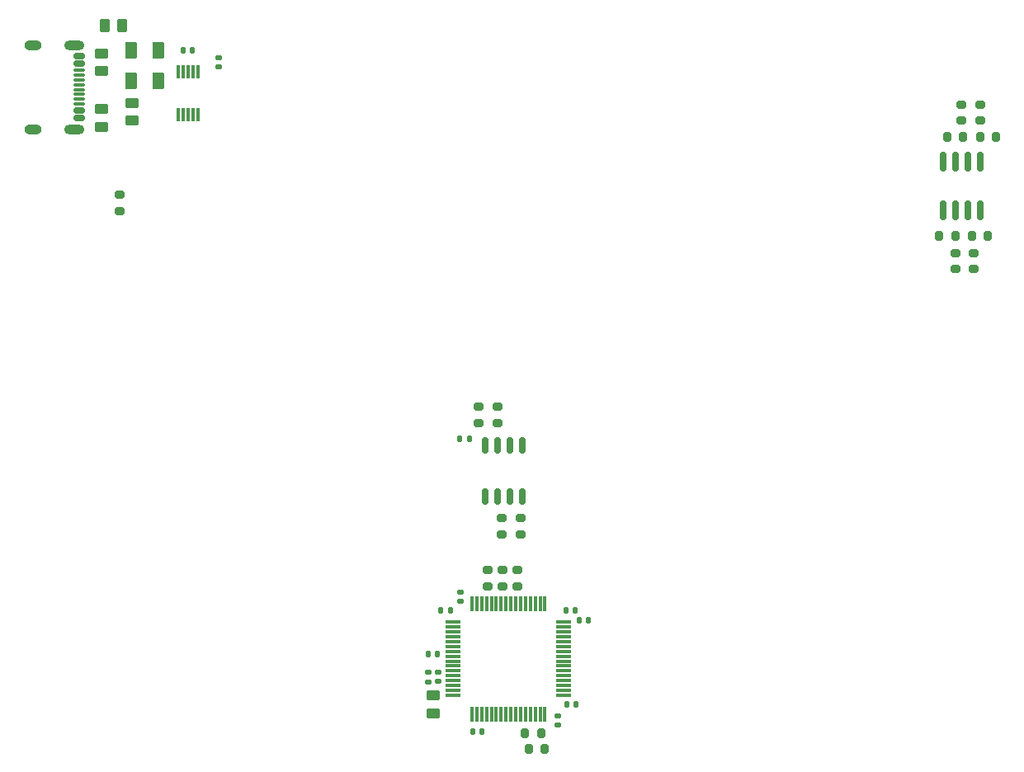
<source format=gbr>
%TF.GenerationSoftware,KiCad,Pcbnew,7.0.9*%
%TF.CreationDate,2024-10-01T14:31:36+09:00*%
%TF.ProjectId,01-main,30312d6d-6169-46e2-9e6b-696361645f70,rev?*%
%TF.SameCoordinates,Original*%
%TF.FileFunction,Paste,Top*%
%TF.FilePolarity,Positive*%
%FSLAX46Y46*%
G04 Gerber Fmt 4.6, Leading zero omitted, Abs format (unit mm)*
G04 Created by KiCad (PCBNEW 7.0.9) date 2024-10-01 14:31:36*
%MOMM*%
%LPD*%
G01*
G04 APERTURE LIST*
G04 Aperture macros list*
%AMRoundRect*
0 Rectangle with rounded corners*
0 $1 Rounding radius*
0 $2 $3 $4 $5 $6 $7 $8 $9 X,Y pos of 4 corners*
0 Add a 4 corners polygon primitive as box body*
4,1,4,$2,$3,$4,$5,$6,$7,$8,$9,$2,$3,0*
0 Add four circle primitives for the rounded corners*
1,1,$1+$1,$2,$3*
1,1,$1+$1,$4,$5*
1,1,$1+$1,$6,$7*
1,1,$1+$1,$8,$9*
0 Add four rect primitives between the rounded corners*
20,1,$1+$1,$2,$3,$4,$5,0*
20,1,$1+$1,$4,$5,$6,$7,0*
20,1,$1+$1,$6,$7,$8,$9,0*
20,1,$1+$1,$8,$9,$2,$3,0*%
G04 Aperture macros list end*
%ADD10RoundRect,0.140000X0.170000X-0.140000X0.170000X0.140000X-0.170000X0.140000X-0.170000X-0.140000X0*%
%ADD11RoundRect,0.140000X0.140000X0.170000X-0.140000X0.170000X-0.140000X-0.170000X0.140000X-0.170000X0*%
%ADD12RoundRect,0.200000X0.275000X-0.200000X0.275000X0.200000X-0.275000X0.200000X-0.275000X-0.200000X0*%
%ADD13RoundRect,0.200000X-0.275000X0.200000X-0.275000X-0.200000X0.275000X-0.200000X0.275000X0.200000X0*%
%ADD14RoundRect,0.140000X-0.170000X0.140000X-0.170000X-0.140000X0.170000X-0.140000X0.170000X0.140000X0*%
%ADD15R,0.300000X1.400000*%
%ADD16RoundRect,0.200000X-0.200000X-0.275000X0.200000X-0.275000X0.200000X0.275000X-0.200000X0.275000X0*%
%ADD17RoundRect,0.140000X-0.140000X-0.170000X0.140000X-0.170000X0.140000X0.170000X-0.140000X0.170000X0*%
%ADD18RoundRect,0.075000X-0.700000X-0.075000X0.700000X-0.075000X0.700000X0.075000X-0.700000X0.075000X0*%
%ADD19RoundRect,0.075000X-0.075000X-0.700000X0.075000X-0.700000X0.075000X0.700000X-0.075000X0.700000X0*%
%ADD20RoundRect,0.250000X0.450000X-0.262500X0.450000X0.262500X-0.450000X0.262500X-0.450000X-0.262500X0*%
%ADD21RoundRect,0.150000X0.150000X-0.825000X0.150000X0.825000X-0.150000X0.825000X-0.150000X-0.825000X0*%
%ADD22RoundRect,0.250000X-0.450000X0.262500X-0.450000X-0.262500X0.450000X-0.262500X0.450000X0.262500X0*%
%ADD23RoundRect,0.250000X0.262500X0.450000X-0.262500X0.450000X-0.262500X-0.450000X0.262500X-0.450000X0*%
%ADD24RoundRect,0.150000X-0.425000X0.150000X-0.425000X-0.150000X0.425000X-0.150000X0.425000X0.150000X0*%
%ADD25RoundRect,0.075000X-0.500000X0.075000X-0.500000X-0.075000X0.500000X-0.075000X0.500000X0.075000X0*%
%ADD26O,2.100000X1.000000*%
%ADD27O,1.800000X1.000000*%
%ADD28RoundRect,0.250000X-0.375000X-0.625000X0.375000X-0.625000X0.375000X0.625000X-0.375000X0.625000X0*%
%ADD29RoundRect,0.150000X0.150000X-0.675000X0.150000X0.675000X-0.150000X0.675000X-0.150000X-0.675000X0*%
G04 APERTURE END LIST*
D10*
%TO.C,C13*%
X100330000Y-71600000D03*
X100330000Y-70640000D03*
%TD*%
D11*
%TO.C,C12*%
X97635000Y-69850000D03*
X96675000Y-69850000D03*
%TD*%
D12*
%TO.C,R13*%
X127000000Y-108140000D03*
X127000000Y-106490000D03*
%TD*%
D11*
%TO.C,C11*%
X126035000Y-109770000D03*
X125075000Y-109770000D03*
%TD*%
D12*
%TO.C,R3*%
X131270000Y-119570000D03*
X131270000Y-117920000D03*
%TD*%
D13*
%TO.C,R14*%
X128905000Y-106490000D03*
X128905000Y-108140000D03*
%TD*%
%TO.C,R18*%
X130937000Y-123254000D03*
X130937000Y-124904000D03*
%TD*%
D14*
%TO.C,C4*%
X125095000Y-125504000D03*
X125095000Y-126464000D03*
%TD*%
D13*
%TO.C,R4*%
X178435000Y-75440000D03*
X178435000Y-77090000D03*
%TD*%
D14*
%TO.C,C9*%
X122809000Y-133731000D03*
X122809000Y-134691000D03*
%TD*%
D15*
%TO.C,U8*%
X96155000Y-76495000D03*
X96655000Y-76495000D03*
X97155000Y-76495000D03*
X97655000Y-76495000D03*
X98155000Y-76495000D03*
X98155000Y-72095000D03*
X97655000Y-72095000D03*
X97155000Y-72095000D03*
X96655000Y-72095000D03*
X96155000Y-72095000D03*
%TD*%
D16*
%TO.C,R11*%
X177610000Y-88965000D03*
X179260000Y-88965000D03*
%TD*%
D17*
%TO.C,C2*%
X136045000Y-137033000D03*
X137005000Y-137033000D03*
%TD*%
D16*
%TO.C,R9*%
X178435000Y-78805000D03*
X180085000Y-78805000D03*
%TD*%
D17*
%TO.C,C1*%
X121821000Y-131826000D03*
X122781000Y-131826000D03*
%TD*%
D12*
%TO.C,R15*%
X129413000Y-124904000D03*
X129413000Y-123254000D03*
%TD*%
D17*
%TO.C,C8*%
X126393000Y-139827000D03*
X127353000Y-139827000D03*
%TD*%
D16*
%TO.C,R10*%
X175070000Y-78805000D03*
X176720000Y-78805000D03*
%TD*%
D18*
%TO.C,U3*%
X124373000Y-128584000D03*
X124373000Y-129084000D03*
X124373000Y-129584000D03*
X124373000Y-130084000D03*
X124373000Y-130584000D03*
X124373000Y-131084000D03*
X124373000Y-131584000D03*
X124373000Y-132084000D03*
X124373000Y-132584000D03*
X124373000Y-133084000D03*
X124373000Y-133584000D03*
X124373000Y-134084000D03*
X124373000Y-134584000D03*
X124373000Y-135084000D03*
X124373000Y-135584000D03*
X124373000Y-136084000D03*
D19*
X126298000Y-138009000D03*
X126798000Y-138009000D03*
X127298000Y-138009000D03*
X127798000Y-138009000D03*
X128298000Y-138009000D03*
X128798000Y-138009000D03*
X129298000Y-138009000D03*
X129798000Y-138009000D03*
X130298000Y-138009000D03*
X130798000Y-138009000D03*
X131298000Y-138009000D03*
X131798000Y-138009000D03*
X132298000Y-138009000D03*
X132798000Y-138009000D03*
X133298000Y-138009000D03*
X133798000Y-138009000D03*
D18*
X135723000Y-136084000D03*
X135723000Y-135584000D03*
X135723000Y-135084000D03*
X135723000Y-134584000D03*
X135723000Y-134084000D03*
X135723000Y-133584000D03*
X135723000Y-133084000D03*
X135723000Y-132584000D03*
X135723000Y-132084000D03*
X135723000Y-131584000D03*
X135723000Y-131084000D03*
X135723000Y-130584000D03*
X135723000Y-130084000D03*
X135723000Y-129584000D03*
X135723000Y-129084000D03*
X135723000Y-128584000D03*
D19*
X133798000Y-126659000D03*
X133298000Y-126659000D03*
X132798000Y-126659000D03*
X132298000Y-126659000D03*
X131798000Y-126659000D03*
X131298000Y-126659000D03*
X130798000Y-126659000D03*
X130298000Y-126659000D03*
X129798000Y-126659000D03*
X129298000Y-126659000D03*
X128798000Y-126659000D03*
X128298000Y-126659000D03*
X127798000Y-126659000D03*
X127298000Y-126659000D03*
X126798000Y-126659000D03*
X126298000Y-126659000D03*
%TD*%
D13*
%TO.C,R8*%
X129365000Y-117920000D03*
X129365000Y-119570000D03*
%TD*%
D17*
%TO.C,C7*%
X137315000Y-128397000D03*
X138275000Y-128397000D03*
%TD*%
D20*
%TO.C,R20*%
X88265000Y-77747500D03*
X88265000Y-75922500D03*
%TD*%
D21*
%TO.C,U14*%
X174625000Y-86295000D03*
X175895000Y-86295000D03*
X177165000Y-86295000D03*
X178435000Y-86295000D03*
X178435000Y-81345000D03*
X177165000Y-81345000D03*
X175895000Y-81345000D03*
X174625000Y-81345000D03*
%TD*%
D22*
%TO.C,R22*%
X88265000Y-70207500D03*
X88265000Y-72032500D03*
%TD*%
D13*
%TO.C,R16*%
X127889000Y-123254000D03*
X127889000Y-124904000D03*
%TD*%
D20*
%TO.C,FB1*%
X122301000Y-137945500D03*
X122301000Y-136120500D03*
%TD*%
D14*
%TO.C,C10*%
X121793000Y-133759000D03*
X121793000Y-134719000D03*
%TD*%
D12*
%TO.C,R1*%
X90170000Y-86360000D03*
X90170000Y-84710000D03*
%TD*%
%TO.C,R5*%
X176530000Y-77090000D03*
X176530000Y-75440000D03*
%TD*%
D16*
%TO.C,R2*%
X131763000Y-139954000D03*
X133413000Y-139954000D03*
%TD*%
D23*
%TO.C,R19*%
X90447500Y-67310000D03*
X88622500Y-67310000D03*
%TD*%
D24*
%TO.C,J22*%
X86035000Y-70460000D03*
X86035000Y-71260000D03*
D25*
X86035000Y-72410000D03*
X86035000Y-73410000D03*
X86035000Y-73910000D03*
X86035000Y-74910000D03*
D24*
X86035000Y-76060000D03*
X86035000Y-76860000D03*
X86035000Y-76860000D03*
X86035000Y-76060000D03*
D25*
X86035000Y-75410000D03*
X86035000Y-74410000D03*
X86035000Y-72910000D03*
X86035000Y-71910000D03*
D24*
X86035000Y-71260000D03*
X86035000Y-70460000D03*
D26*
X85460000Y-69340000D03*
D27*
X81280000Y-69340000D03*
D26*
X85460000Y-77980000D03*
D27*
X81280000Y-77980000D03*
%TD*%
D17*
%TO.C,C3*%
X123119000Y-127381000D03*
X124079000Y-127381000D03*
%TD*%
D28*
%TO.C,D1*%
X91310000Y-69850000D03*
X94110000Y-69850000D03*
%TD*%
D10*
%TO.C,C6*%
X135128000Y-139164000D03*
X135128000Y-138204000D03*
%TD*%
D16*
%TO.C,R12*%
X174245000Y-88965000D03*
X175895000Y-88965000D03*
%TD*%
D29*
%TO.C,U12*%
X127635000Y-115655000D03*
X128905000Y-115655000D03*
X130175000Y-115655000D03*
X131445000Y-115655000D03*
X131445000Y-110405000D03*
X130175000Y-110405000D03*
X128905000Y-110405000D03*
X127635000Y-110405000D03*
%TD*%
D22*
%TO.C,R21*%
X91440000Y-75287500D03*
X91440000Y-77112500D03*
%TD*%
D11*
%TO.C,C5*%
X136878000Y-127381000D03*
X135918000Y-127381000D03*
%TD*%
D13*
%TO.C,R7*%
X175895000Y-90680000D03*
X175895000Y-92330000D03*
%TD*%
D16*
%TO.C,R17*%
X132144000Y-141605000D03*
X133794000Y-141605000D03*
%TD*%
D12*
%TO.C,R6*%
X177800000Y-92330000D03*
X177800000Y-90680000D03*
%TD*%
D28*
%TO.C,D2*%
X91310000Y-73025000D03*
X94110000Y-73025000D03*
%TD*%
M02*

</source>
